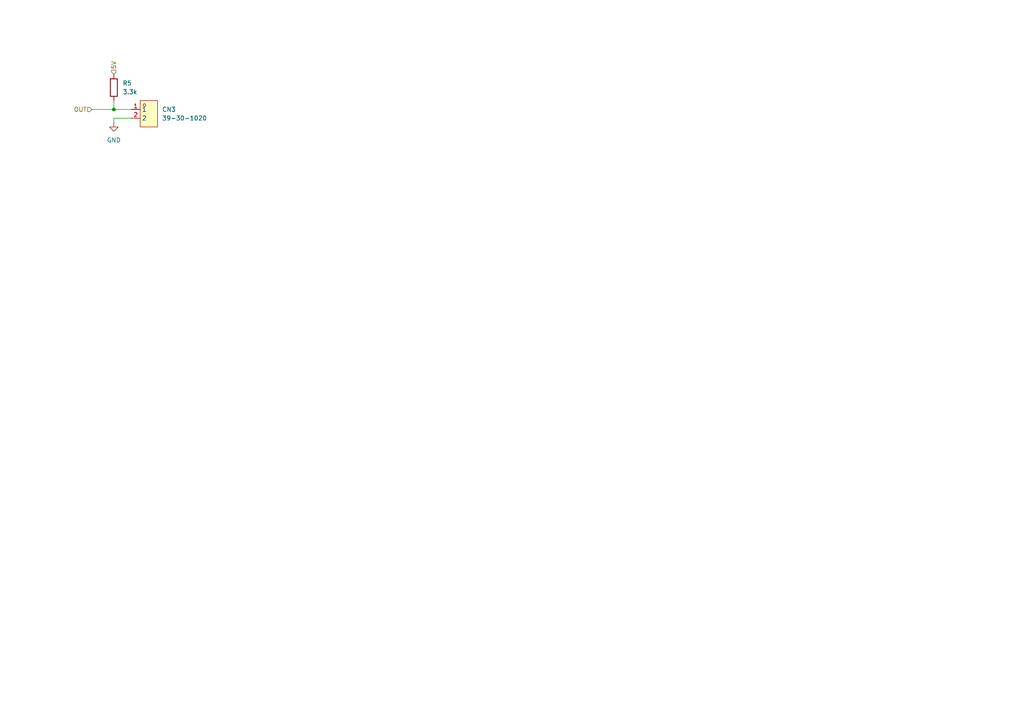
<source format=kicad_sch>
(kicad_sch (version 20250114) (generator "eeschema") (generator_version "9.0")
  (paper "A4")
  (lib_symbols
    (symbol "Device:R" (pin_numbers (hide yes)) (pin_names (offset 0))
      (property "Reference" "R" (at 2.032 0 90))
      (property "Value" "R" (at 0 0 90))
      (symbol "R_0_1"
        (rectangle (start -1.016 -2.54) (end 1.016 2.54) (stroke (width 0.254)))
      )
      (symbol "R_1_1"
        (pin passive line (at 0 3.81 270) (length 1.27) (name "~") (number "1"))
        (pin passive line (at 0 -3.81 90) (length 1.27) (name "~") (number "2"))
      )
    )
    (symbol "easyeda2kicad:39-30-1020"
      (property "Reference" "CN" (at 0 6.35 0))
      (property "Value" "39-30-1020" (at 0 -6.35 0))
      (symbol "39-30-1020_0_1"
        (rectangle (start -3.81 3.81) (end 1.27 -3.81) (fill (type background)))
        (circle (center 0 -2.54) (radius 0.38))
        (pin unspecified line (at 3.81 1.27 180) (length 2.54) (name "2") (number "2"))
        (pin unspecified line (at 3.81 -1.27 180) (length 2.54) (name "1") (number "1"))
      )
    )
    (symbol "power:GND" (power) (pin_numbers (hide yes)) (pin_names (offset 0) (hide yes))
      (property "Value" "GND" (at 0 -3.81 0))
      (symbol "GND_0_1"
        (polyline (pts (xy 0 0) (xy 0 -1.27) (xy 1.27 -1.27) (xy 0 -2.54) (xy -1.27 -1.27) (xy 0 -1.27)))
      )
      (symbol "GND_1_1"
        (pin power_in line (at 0 0 270) (length 0) (name "~") (number "1"))
      )
    )
  )
  (junction (at 33.02 31.75))
  (wire (pts (xy 38.1 34.29) (xy 33.02 34.29)))
  (wire (pts (xy 33.02 31.75) (xy 38.1 31.75)))
  (wire (pts (xy 26.67 31.75) (xy 33.02 31.75)))
  (wire (pts (xy 33.02 34.29) (xy 33.02 35.56)))
  (wire (pts (xy 33.02 29.21) (xy 33.02 31.75)))
  (hierarchical_label "5V" (shape input) (at 33.02 21.59 90))
  (hierarchical_label "OUT" (shape input) (at 26.67 31.75 180))
  (symbol (lib_id "Device:R") (at 33.02 25.4 0) (unit 1)
    (property "Reference" "R5" (at 35.56 24.1299 0) (effects (justify left)))
    (property "Value" "3.3k" (at 35.56 26.6699 0) (effects (justify left)))
    (property "Footprint" "Resistor_SMD:R_0805_2012Metric" (effects (hide yes)))
    (property "Description" "Resistor" (effects (hide yes)))
    (instances (project "" (path "" (reference "R5") (unit 1)) (path "" (reference "R7") (unit 1)) (path "" (reference "R6") (unit 1)) (path "" (reference "R8") (unit 1))))
  )
  (symbol (lib_id "power:GND") (at 33.02 35.56 0) (unit 1)
    (property "Reference" "#PWR08" (effects (hide yes)))
    (property "Value" "GND" (at 33.02 40.64 0))
    (property "Description" "Power symbol creates a global label with name \"GND\" , ground" (effects (hide yes)))
    (instances (project "" (path "" (reference "#PWR08") (unit 1)) (path "" (reference "#PWR010") (unit 1)) (path "" (reference "#PWR09") (unit 1)) (path "" (reference "#PWR011") (unit 1))))
  )
  (symbol (lib_id "easyeda2kicad:39-30-1020") (at 41.91 33.02 180) (unit 1)
    (property "Reference" "CN3" (at 46.99 31.7499 0) (effects (justify right)))
    (property "Value" "39-30-1020" (at 46.99 34.2899 0) (effects (justify right)))
    (property "Footprint" "easyeda2kicad:CONN-TH_2P-P5.50_39-30-1020" (effects (hide yes)))
    (property "Datasheet" "https://lcsc.com/product-detail/Others_MOLEX_39-30-1020_MOLEX-39-30-1020_C240832.html" (effects (hide yes)))
    (property "LCSC Part" "C240832" (effects (hide yes)))
    (instances (project "" (path "" (reference "CN3") (unit 1)) (path "" (reference "CN5") (unit 1)) (path "" (reference "CN4") (unit 1)) (path "" (reference "CN6") (unit 1))))
  )
)
</source>
